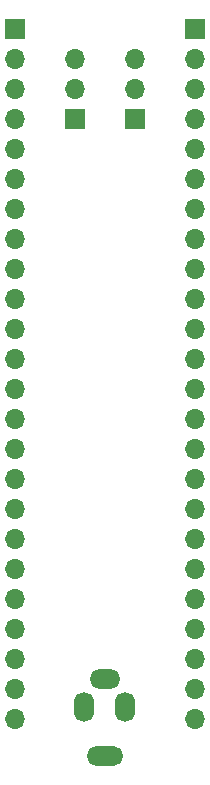
<source format=gbr>
%TF.GenerationSoftware,KiCad,Pcbnew,7.0.7-7.0.7~ubuntu22.04.1*%
%TF.CreationDate,2023-09-13T15:14:59+01:00*%
%TF.ProjectId,clvHd_master_teensy41,636c7648-645f-46d6-9173-7465725f7465,rev?*%
%TF.SameCoordinates,Original*%
%TF.FileFunction,Soldermask,Top*%
%TF.FilePolarity,Negative*%
%FSLAX46Y46*%
G04 Gerber Fmt 4.6, Leading zero omitted, Abs format (unit mm)*
G04 Created by KiCad (PCBNEW 7.0.7-7.0.7~ubuntu22.04.1) date 2023-09-13 15:14:59*
%MOMM*%
%LPD*%
G01*
G04 APERTURE LIST*
G04 Aperture macros list*
%AMRoundRect*
0 Rectangle with rounded corners*
0 $1 Rounding radius*
0 $2 $3 $4 $5 $6 $7 $8 $9 X,Y pos of 4 corners*
0 Add a 4 corners polygon primitive as box body*
4,1,4,$2,$3,$4,$5,$6,$7,$8,$9,$2,$3,0*
0 Add four circle primitives for the rounded corners*
1,1,$1+$1,$2,$3*
1,1,$1+$1,$4,$5*
1,1,$1+$1,$6,$7*
1,1,$1+$1,$8,$9*
0 Add four rect primitives between the rounded corners*
20,1,$1+$1,$2,$3,$4,$5,0*
20,1,$1+$1,$4,$5,$6,$7,0*
20,1,$1+$1,$6,$7,$8,$9,0*
20,1,$1+$1,$8,$9,$2,$3,0*%
G04 Aperture macros list end*
%ADD10R,1.700000X1.700000*%
%ADD11O,1.700000X1.700000*%
%ADD12RoundRect,0.800000X-0.050000X-0.450000X0.050000X-0.450000X0.050000X0.450000X-0.050000X0.450000X0*%
%ADD13RoundRect,0.800000X-0.450000X0.050000X-0.450000X-0.050000X0.450000X-0.050000X0.450000X0.050000X0*%
%ADD14RoundRect,0.800000X-0.700000X0.050000X-0.700000X-0.050000X0.700000X-0.050000X0.700000X0.050000X0*%
G04 APERTURE END LIST*
D10*
%TO.C,J3*%
X107645000Y-70800000D03*
D11*
X107645000Y-73340000D03*
X107645000Y-75880000D03*
X107645000Y-78420000D03*
X107645000Y-80960000D03*
X107645000Y-83500000D03*
X107645000Y-86040000D03*
X107645000Y-88580000D03*
X107645000Y-91120000D03*
X107645000Y-93660000D03*
X107645000Y-96200000D03*
X107645000Y-98740000D03*
X107645000Y-101280000D03*
X107645000Y-103820000D03*
X107645000Y-106360000D03*
X107645000Y-108900000D03*
X107645000Y-111440000D03*
X107645000Y-113980000D03*
X107645000Y-116520000D03*
X107645000Y-119060000D03*
X107645000Y-121600000D03*
X107645000Y-124140000D03*
X107645000Y-126680000D03*
X107645000Y-129220000D03*
%TD*%
D10*
%TO.C,J6*%
X97460000Y-78410000D03*
D11*
X97460000Y-75870000D03*
X97460000Y-73330000D03*
%TD*%
D10*
%TO.C,J2*%
X102540000Y-78410000D03*
D11*
X102540000Y-75870000D03*
X102540000Y-73330000D03*
%TD*%
D10*
%TO.C,J4*%
X92405000Y-70800000D03*
D11*
X92405000Y-73340000D03*
X92405000Y-75880000D03*
X92405000Y-78420000D03*
X92405000Y-80960000D03*
X92405000Y-83500000D03*
X92405000Y-86040000D03*
X92405000Y-88580000D03*
X92405000Y-91120000D03*
X92405000Y-93660000D03*
X92405000Y-96200000D03*
X92405000Y-98740000D03*
X92405000Y-101280000D03*
X92405000Y-103820000D03*
X92405000Y-106360000D03*
X92405000Y-108900000D03*
X92405000Y-111440000D03*
X92405000Y-113980000D03*
X92405000Y-116520000D03*
X92405000Y-119060000D03*
X92405000Y-121600000D03*
X92405000Y-124140000D03*
X92405000Y-126680000D03*
X92405000Y-129220000D03*
%TD*%
D12*
%TO.C,J5*%
X101750000Y-128200000D03*
D13*
X100000000Y-125900000D03*
D12*
X98250000Y-128200000D03*
D14*
X100000000Y-132400000D03*
%TD*%
M02*

</source>
